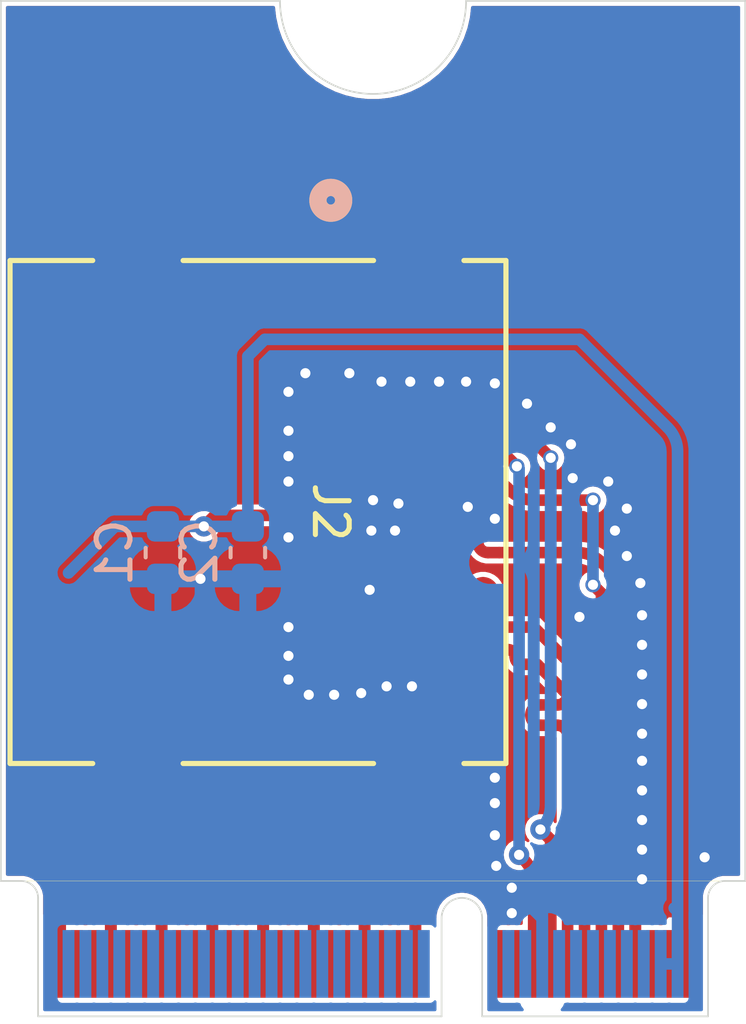
<source format=kicad_pcb>
(kicad_pcb (version 20221018) (generator pcbnew)
  (layers (0 "F.Cu" signal) (1 "In1.Cu" signal) (2 "In2.Cu" signal) (31 "B.Cu" signal) (34 "B.Paste" user) (35 "F.Paste" user) (36 "B.SilkS" user "B.Silkscreen") (37 "F.SilkS" user "F.Silkscreen") (38 "B.Mask" user) (39 "F.Mask" user) (44 "Edge.Cuts" user))
  (net 0 "")
  (net 1 "GND")
  (net 2 "+3V3")
  (net 7 "CLK")
  (net 9 "CMD")
  (net 11 "DAT0")
  (net 13 "DAT1")
  (net 15 "DAT2")
  (net 16 "DAT3")
  (footprint "footprints:m2-padKeyE-2230" (layer "F.Cu") (at 0 0)
    (fp_text reference "J1" hide)
    (fp_text value "Bus_M.2_Socket_E")
    (fp_line (start -11 -4) (end 11 -4) (stroke (width 0.01)) (layer "F.SilkS"))
    (fp_line (start -11 -30) (end -11 -4) (stroke (width 0.05)) (layer "Edge.Cuts"))
    (fp_line (start -11 -4) (end -10.4 -4) (stroke (width 0.05)) (layer "Edge.Cuts"))
    (fp_line (start -9.9 0) (end -9.9 -3.5) (stroke (width 0.05)) (layer "Edge.Cuts"))
    (fp_line (start -9.9 0) (end 2.025 0) (stroke (width 0.05)) (layer "Edge.Cuts"))
    (fp_line (start -2.75 -30) (end -11 -30) (stroke (width 0.05)) (layer "Edge.Cuts"))
    (fp_line (start 2.025 0) (end 2.025 -2.9) (stroke (width 0.05)) (layer "Edge.Cuts"))
    (fp_line (start 2.75 -30) (end 11 -30) (stroke (width 0.05)) (layer "Edge.Cuts"))
    (fp_line (start 3.225 0) (end 3.225 -2.9) (stroke (width 0.05)) (layer "Edge.Cuts"))
    (fp_line (start 9.9 0) (end 3.225 0) (stroke (width 0.05)) (layer "Edge.Cuts"))
    (fp_line (start 9.9 0) (end 9.9 -3.5) (stroke (width 0.05)) (layer "Edge.Cuts"))
    (fp_line (start 11 -30) (end 11 -4) (stroke (width 0.05)) (layer "Edge.Cuts"))
    (fp_line (start 11 -4) (end 10.4 -4) (stroke (width 0.05)) (layer "Edge.Cuts"))
    (fp_arc (start -10.4 -4) (mid -10.046446 -3.853553) (end -9.9 -3.5) (stroke (width 0.05)) (layer "Edge.Cuts"))
    (fp_arc (start 2.025 -2.9) (mid 2.625 -3.5) (end 3.225 -2.9) (stroke (width 0.05)) (layer "Edge.Cuts"))
    (fp_arc (start 2.75 -30) (mid 0 -27.25) (end -2.75 -30) (stroke (width 0.05)) (layer "Edge.Cuts"))
    (fp_arc (start 9.9 -3.5) (mid 10.046447 -3.853553) (end 10.4 -4) (stroke (width 0.05)) (layer "Edge.Cuts"))
    (pad "1" smd rect (at 9.25 -1.55) (size 0.35 2) (layers "F.Cu" "F.Mask") (net 1 "GND"))
    (pad "2" smd rect (at 9 -1.55) (size 0.35 2) (layers "B.Cu" "B.Mask") (net 2 "+3V3"))
    (pad "3" smd rect (at 8.75 -1.55) (size 0.35 2) (layers "F.Cu" "F.Mask"))
    (pad "4" smd rect (at 8.5 -1.55) (size 0.35 2) (layers "B.Cu" "B.Mask") (net 2 "+3V3"))
    (pad "5" smd rect (at 8.25 -1.55) (size 0.35 2) (layers "F.Cu" "F.Mask"))
    (pad "6" smd rect (at 8 -1.55) (size 0.35 2) (layers "B.Cu" "B.Mask"))
    (pad "7" smd rect (at 7.75 -1.55) (size 0.35 2) (layers "F.Cu" "F.Mask") (net 1 "GND"))
    (pad "8" smd rect (at 7.5 -1.55) (size 0.35 2) (layers "B.Cu" "B.Mask"))
    (pad "9" smd rect (at 7.25 -1.55) (size 0.35 2) (layers "F.Cu" "F.Mask") (net 7 "CLK"))
    (pad "10" smd rect (at 7 -1.55) (size 0.35 2) (layers "B.Cu" "B.Mask"))
    (pad "11" smd rect (at 6.75 -1.55) (size 0.35 2) (layers "F.Cu" "F.Mask") (net 9 "CMD"))
    (pad "12" smd rect (at 6.5 -1.55) (size 0.35 2) (layers "B.Cu" "B.Mask"))
    (pad "13" smd rect (at 6.25 -1.55) (size 0.35 2) (layers "F.Cu" "F.Mask") (net 11 "DAT0"))
    (pad "14" smd rect (at 6 -1.55) (size 0.35 2) (layers "B.Cu" "B.Mask"))
    (pad "15" smd rect (at 5.75 -1.55) (size 0.35 2) (layers "F.Cu" "F.Mask") (net 13 "DAT1"))
    (pad "16" smd rect (at 5.5 -1.55) (size 0.35 2) (layers "B.Cu" "B.Mask"))
    (pad "17" smd rect (at 5.25 -1.55) (size 0.35 2) (layers "F.Cu" "F.Mask") (net 15 "DAT2"))
    (pad "18" smd rect (at 5 -1.55) (size 0.35 2) (layers "B.Cu" "B.Mask") (net 1 "GND"))
    (pad "19" smd rect (at 4.75 -1.55) (size 0.35 2) (layers "F.Cu" "F.Mask") (net 16 "DAT3"))
    (pad "20" smd rect (at 4.5 -1.55) (size 0.35 2) (layers "B.Cu" "B.Mask"))
    (pad "21" smd rect (at 4.25 -1.55) (size 0.35 2) (layers "F.Cu" "F.Mask"))
    (pad "22" smd rect (at 4 -1.55) (size 0.35 2) (layers "B.Cu" "B.Mask"))
    (pad "23" smd rect (at 3.75 -1.55) (size 0.35 2) (layers "F.Cu" "F.Mask"))
    (pad "32" smd rect (at 1.5 -1.55) (size 0.35 2) (layers "B.Cu" "B.Mask"))
    (pad "33" smd rect (at 1.25 -1.55) (size 0.35 2) (layers "F.Cu" "F.Mask") (net 1 "GND"))
    (pad "34" smd rect (at 1 -1.55) (size 0.35 2) (layers "B.Cu" "B.Mask"))
    (pad "35" smd rect (at 0.75 -1.55) (size 0.35 2) (layers "F.Cu" "F.Mask"))
    (pad "36" smd rect (at 0.5 -1.55) (size 0.35 2) (layers "B.Cu" "B.Mask"))
    (pad "37" smd rect (at 0.25 -1.55) (size 0.35 2) (layers "F.Cu" "F.Mask"))
    (pad "38" smd rect (at 0 -1.55) (size 0.35 2) (layers "B.Cu" "B.Mask"))
    (pad "39" smd rect (at -0.25 -1.55) (size 0.35 2) (layers "F.Cu" "F.Mask") (net 1 "GND"))
    (pad "40" smd rect (at -0.5 -1.55) (size 0.35 2) (layers "B.Cu" "B.Mask"))
    (pad "41" smd rect (at -0.75 -1.55) (size 0.35 2) (layers "F.Cu" "F.Mask"))
    (pad "42" smd rect (at -1 -1.55) (size 0.35 2) (layers "B.Cu" "B.Mask"))
    (pad "43" smd rect (at -1.25 -1.55) (size 0.35 2) (layers "F.Cu" "F.Mask"))
    (pad "44" smd rect (at -1.5 -1.55) (size 0.35 2) (layers "B.Cu" "B.Mask"))
    (pad "45" smd rect (at -1.75 -1.55) (size 0.35 2) (layers "F.Cu" "F.Mask") (net 1 "GND"))
    (pad "46" smd rect (at -2 -1.55) (size 0.35 2) (layers "B.Cu" "B.Mask"))
    (pad "47" smd rect (at -2.25 -1.55) (size 0.35 2) (layers "F.Cu" "F.Mask"))
    (pad "48" smd rect (at -2.5 -1.55) (size 0.35 2) (layers "B.Cu" "B.Mask"))
    (pad "49" smd rect (at -2.75 -1.55) (size 0.35 2) (layers "F.Cu" "F.Mask"))
    (pad "50" smd rect (at -3 -1.55) (size 0.35 2) (layers "B.Cu" "B.Mask"))
    (pad "51" smd rect (at -3.25 -1.55) (size 0.35 2) (layers "F.Cu" "F.Mask") (net 1 "GND"))
    (pad "52" smd rect (at -3.5 -1.55) (size 0.35 2) (layers "B.Cu" "B.Mask"))
    (pad "53" smd rect (at -3.75 -1.55) (size 0.35 2) (layers "F.Cu" "F.Mask"))
    (pad "54" smd rect (at -4 -1.55) (size 0.35 2) (layers "B.Cu" "B.Mask"))
    (pad "55" smd rect (at -4.25 -1.55) (size 0.35 2) (layers "F.Cu" "F.Mask"))
    (pad "56" smd rect (at -4.5 -1.55) (size 0.35 2) (layers "B.Cu" "B.Mask"))
    (pad "57" smd rect (at -4.75 -1.55) (size 0.35 2) (layers "F.Cu" "F.Mask") (net 1 "GND"))
    (pad "58" smd rect (at -5 -1.55) (size 0.35 2) (layers "B.Cu" "B.Mask"))
    (pad "59" smd rect (at -5.25 -1.55) (size 0.35 2) (layers "F.Cu" "F.Mask"))
    (pad "60" smd rect (at -5.5 -1.55) (size 0.35 2) (layers "B.Cu" "B.Mask"))
    (pad "61" smd rect (at -5.75 -1.55) (size 0.35 2) (layers "F.Cu" "F.Mask"))
    (pad "62" smd rect (at -6 -1.55) (size 0.35 2) (layers "B.Cu" "B.Mask"))
    (pad "63" smd rect (at -6.25 -1.55) (size 0.35 2) (layers "F.Cu" "F.Mask") (net 1 "GND"))
    (pad "64" smd rect (at -6.5 -1.55) (size 0.35 2) (layers "B.Cu" "B.Mask"))
    (pad "65" smd rect (at -6.75 -1.55) (size 0.35 2) (layers "F.Cu" "F.Mask"))
    (pad "66" smd rect (at -7 -1.55) (size 0.35 2) (layers "B.Cu" "B.Mask"))
    (pad "67" smd rect (at -7.25 -1.55) (size 0.35 2) (layers "F.Cu" "F.Mask"))
    (pad "68" smd rect (at -7.5 -1.55) (size 0.35 2) (layers "B.Cu" "B.Mask"))
    (pad "69" smd rect (at -7.75 -1.55) (size 0.35 2) (layers "F.Cu" "F.Mask") (net 1 "GND"))
    (pad "70" smd rect (at -8 -1.55) (size 0.35 2) (layers "B.Cu" "B.Mask"))
    (pad "71" smd rect (at -8.25 -1.55) (size 0.35 2) (layers "F.Cu" "F.Mask"))
    (pad "72" smd rect (at -8.5 -1.55) (size 0.35 2) (layers "B.Cu" "B.Mask") (net 2 "+3V3"))
    (pad "73" smd rect (at -8.75 -1.55) (size 0.35 2) (layers "F.Cu" "F.Mask"))
    (pad "74" smd rect (at -9 -1.55) (size 0.35 2) (layers "B.Cu" "B.Mask") (net 2 "+3V3"))
    (pad "75" smd rect (at -9.25 -1.55) (size 0.35 2) (layers "F.Cu" "F.Mask") (net 1 "GND"))
  )
  (footprint "footprints:112C-TBAR-R02_ATT" (layer "F.Cu") (at -3.4 -14.9 -90)
    (fp_text reference "J2" (at 0 -2.1509 -90 unlocked) (layer "F.SilkS"))
    (fp_text value "112C-TBAR-R02")
    (fp_circle (center -9.2075 -2.1509) (end -8.8265 -2.1509) (stroke (width 0.508)) (fill none) (layer "B.SilkS"))
    (fp_line (start -7.4295 -7.3279) (end -7.4295 -6.08694) (stroke (width 0.1524)) (layer "F.SilkS"))
    (fp_line (start -7.4295 -3.41486) (end -7.4295 2.213061) (stroke (width 0.1524)) (layer "F.SilkS"))
    (fp_line (start -7.4295 4.885141) (end -7.4295 7.3279) (stroke (width 0.1524)) (layer "F.SilkS"))
    (fp_line (start -7.4295 7.3279) (end 7.4295 7.3279) (stroke (width 0.1524)) (layer "F.SilkS"))
    (fp_line (start 7.4295 -7.3279) (end -7.4295 -7.3279) (stroke (width 0.1524)) (layer "F.SilkS"))
    (fp_line (start 7.4295 -6.08694) (end 7.4295 -7.3279) (stroke (width 0.1524)) (layer "F.SilkS"))
    (fp_line (start 7.4295 2.213061) (end 7.4295 -3.41486) (stroke (width 0.1524)) (layer "F.SilkS"))
    (fp_line (start 7.4295 7.3279) (end 7.4295 4.885141) (stroke (width 0.1524)) (layer "F.SilkS"))
    (fp_circle (center -9.2075 -2.1509) (end -8.8265 -2.1509) (stroke (width 0.508)) (fill none) (layer "F.SilkS"))
    (pad "1" smd rect (at -3.200001 -2.1509 270) (size 0.8128 1.4986) (layers "F.Cu" "F.Paste" "F.Mask") (net 15 "DAT2"))
    (pad "2" smd rect (at -2.100001 -2.1509 270) (size 0.8128 1.4986) (layers "F.Cu" "F.Paste" "F.Mask") (net 16 "DAT3"))
    (pad "3" smd rect (at -1.000001 -2.1509 270) (size 0.8128 1.4986) (layers "F.Cu" "F.Paste" "F.Mask") (net 9 "CMD"))
    (pad "4" smd rect (at 0.1 -2.1509 270) (size 0.8128 1.4986) (layers "F.Cu" "F.Paste" "F.Mask") (net 2 "+3V3"))
    (pad "5" smd rect (at 1.2 -2.1509 270) (size 0.8128 1.4986) (layers "F.Cu" "F.Paste" "F.Mask") (net 7 "CLK"))
    (pad "6" smd rect (at 2.3 -2.1509 270) (size 0.8128 1.4986) (layers "F.Cu" "F.Paste" "F.Mask") (net 1 "GND"))
    (pad "7" smd rect (at 3.400001 -2.1509 270) (size 0.8128 1.4986) (layers "F.Cu" "F.Paste" "F.Mask") (net 11 "DAT0"))
    (pad "8" smd rect (at 4.500001 -2.1509 270) (size 0.8128 1.4986) (layers "F.Cu" "F.Paste" "F.Mask") (net 13 "DAT1"))
    (pad "9" smd rect (at -6.875 3.549101 270) (size 1.4478 2.0066) (layers "F.Cu" "F.Paste" "F.Mask") (net 1 "GND"))
    (pad "10" smd rect (at 6.875 3.549101 270) (size 1.4478 2.0066) (layers "F.Cu" "F.Paste" "F.Mask") (net 1 "GND"))
    (pad "11" smd rect (at -6.875 -4.7509 270) (size 1.4478 2.0066) (layers "F.Cu" "F.Paste" "F.Mask") (net 1 "GND"))
    (pad "12" smd rect (at 6.875 -4.7509 270) (size 1.4478 2.0066) (layers "F.Cu" "F.Paste" "F.Mask") (net 1 "GND"))
  )
  (footprint "Capacitor_SMD:C_0603_1608Metric" (layer "B.Cu") (at -6.21 -13.7 -90)
    (fp_text reference "C1" (at 0 1.43 90) (layer "B.SilkS") (effects (justify mirror)))
    (fp_text value "100nF")
    (fp_line (start -0.14058 -0.51) (end 0.14058 -0.51) (stroke (width 0.12)) (layer "B.SilkS"))
    (fp_line (start -0.14058 0.51) (end 0.14058 0.51) (stroke (width 0.12)) (layer "B.SilkS"))
    (pad "1" smd roundrect (at -0.775 0 270) (size 0.9 0.95) (layers "B.Cu" "B.Paste" "B.Mask") (net 2 "+3V3"))
    (pad "2" smd roundrect (at 0.775 0 270) (size 0.9 0.95) (layers "B.Cu" "B.Paste" "B.Mask") (net 1 "GND"))
  )
  (footprint "Capacitor_SMD:C_0603_1608Metric" (layer "B.Cu") (at -3.7 -13.7 -90)
    (fp_text reference "C2" (at 0 1.43 90) (layer "B.SilkS") (effects (justify mirror)))
    (fp_text value "10nF")
    (fp_line (start -0.14058 -0.51) (end 0.14058 -0.51) (stroke (width 0.12)) (layer "B.SilkS"))
    (fp_line (start -0.14058 0.51) (end 0.14058 0.51) (stroke (width 0.12)) (layer "B.SilkS"))
    (pad "1" smd roundrect (at -0.775 0 270) (size 0.9 0.95) (layers "B.Cu" "B.Paste" "B.Mask") (net 2 "+3V3"))
    (pad "2" smd roundrect (at 0.775 0 270) (size 0.9 0.95) (layers "B.Cu" "B.Paste" "B.Mask") (net 1 "GND"))
  )
  (segment (start -9.25 -2.9) (end -9.25 -1.55) (width 0.35) (layer "F.Cu") (net 1))
  (segment (start -4.775 -12.6) (end -5.1 -12.925) (width 0.342392) (layer "F.Cu") (net 1))
  (segment (start -4.75 -3.3) (end -3.25 -3.3) (width 0.35) (layer "F.Cu") (net 1))
  (segment (start -1.2491 -12.6) (end -4.775 -12.6) (width 0.342392) (layer "F.Cu") (net 1))
  (segment (start -1.75 -3.3) (end -0.25 -3.3) (width 0.35) (layer "F.Cu") (net 1))
  (segment (start 7.95 -3.1) (end 8.6 -3.1) (width 0.35) (layer "F.Cu") (net 1))
  (segment (start 1.25 -3) (end 1.25 -1.55) (width 0.35) (layer "F.Cu") (net 1))
  (segment (start -7.75 -1.55) (end -7.75 -3.3) (width 0.35) (layer "F.Cu") (net 1))
  (segment (start 7.75 -2.9) (end 7.95 -3.1) (width 0.35) (layer "F.Cu") (net 1))
  (segment (start -0.25 -1.55) (end -0.25 -3.3) (width 0.35) (layer "F.Cu") (net 1))
  (segment (start -6.949101 -21.775) (end -6.949101 -8.025) (width 0.35) (layer "F.Cu") (net 1))
  (segment (start -3.25 -3.3) (end -1.75 -3.3) (width 0.35) (layer "F.Cu") (net 1))
  (segment (start -3.25 -1.55) (end -3.25 -3.3) (width 0.35) (layer "F.Cu") (net 1))
  (segment (start 9.1 -3.1) (end 9.25 -2.95) (width 0.35) (layer "F.Cu") (net 1))
  (segment (start -7.75 -3.3) (end -6.25 -3.3) (width 0.35) (layer "F.Cu") (net 1))
  (segment (start -9.25 -2.9) (end -8.85 -3.3) (width 0.35) (layer "F.Cu") (net 1))
  (segment (start 0.95 -3.3) (end 1.25 -3) (width 0.35) (layer "F.Cu") (net 1))
  (segment (start -6.949101 -8.025) (end 1.3509 -8.025) (width 0.35) (layer "F.Cu") (net 1))
  (segment (start -6.949101 -21.775) (end 1.3509 -21.775) (width 0.35) (layer "F.Cu") (net 1))
  (segment (start 9.8 -4.3) (end 9.8 -4.7) (width 0.35) (layer "F.Cu") (net 1))
  (segment (start 8.6 -3.1) (end 9.8 -4.3) (width 0.35) (layer "F.Cu") (net 1))
  (segment (start -8.85 -3.3) (end -7.75 -3.3) (width 0.35) (layer "F.Cu") (net 1))
  (segment (start -6.25 -1.55) (end -6.25 -3.3) (width 0.35) (layer "F.Cu") (net 1))
  (segment (start -0.25 -3.3) (end 0.95 -3.3) (width 0.35) (layer "F.Cu") (net 1))
  (segment (start -1.75 -1.55) (end -1.75 -3.3) (width 0.35) (layer "F.Cu") (net 1))
  (segment (start 7.75 -1.55) (end 7.75 -2.9) (width 0.35) (layer "F.Cu") (net 1))
  (segment (start -6.25 -3.3) (end -4.75 -3.3) (width 0.35) (layer "F.Cu") (net 1))
  (segment (start -4.75 -1.55) (end -4.75 -3.3) (width 0.35) (layer "F.Cu") (net 1))
  (segment (start 8.6 -3.1) (end 9.1 -3.1) (width 0.35) (layer "F.Cu") (net 1))
  (segment (start 9.25 -2.95) (end 9.25 -1.55) (width 0.35) (layer "F.Cu") (net 1))
  (via (at -0.05 -14.35) (size 0.6) (drill 0.3) (layers "F.Cu" "B.Cu") (net 1))
  (via (at 9.8 -4.7) (size 0.6) (drill 0.3) (layers "F.Cu" "B.Cu") (net 1))
  (via (at 0.4 -9.75) (size 0.6) (drill 0.3) (layers "F.Cu" "B.Cu") (net 1))
  (via (at 1.1 -18.75) (size 0.6) (drill 0.3) (layers "F.Cu" "B.Cu") (net 1))
  (via (at -2.5 -10.65) (size 0.6) (drill 0.3) (layers "F.Cu" "B.Cu") (net 1))
  (via (at 7.95 -4.925) (size 0.6) (drill 0.3) (layers "F.Cu" "B.Cu") (net 1))
  (via (at 3.6 -5.35) (size 0.6) (drill 0.3) (layers "F.Cu" "B.Cu") (net 1))
  (via (at 0.75 -15.15) (size 0.6) (drill 0.3) (layers "F.Cu" "B.Cu") (net 1))
  (via (at 2.8 -15.051669) (size 0.6) (drill 0.3) (layers "F.Cu" "B.Cu") (net 1))
  (via (at 3.6 -14.7) (size 0.6) (drill 0.3) (layers "F.Cu" "B.Cu") (net 1))
  (via (at 3.640648 -4.445475) (size 0.6) (drill 0.3) (layers "F.Cu" "B.Cu") (net 1))
  (via (at -0.1 -12.6) (size 0.6) (drill 0.3) (layers "F.Cu" "B.Cu") (net 1))
  (via (at 4.1 -3.8) (size 0.6) (drill 0.3) (layers "F.Cu" "B.Cu") (net 1))
  (via (at 7.5 -15) (size 0.6) (drill 0.3) (layers "F.Cu" "B.Cu") (net 1))
  (via (at 5.9 -15.9) (size 0.6) (drill 0.3) (layers "F.Cu" "B.Cu") (net 1))
  (via (at -0.7 -19) (size 0.6) (drill 0.3) (layers "F.Cu" "B.Cu") (net 1))
  (via (at 7.9 -12.8) (size 0.6) (drill 0.3) (layers "F.Cu" "B.Cu") (net 1))
  (via (at -1.15 -9.5) (size 0.6) (drill 0.3) (layers "F.Cu" "B.Cu") (net 1))
  (via (at 6.95 -15.8) (size 0.6) (drill 0.3) (layers "F.Cu" "B.Cu") (net 1))
  (via (at -2.5 -15.8) (size 0.6) (drill 0.3) (layers "F.Cu" "B.Cu") (net 1))
  (via (at -1.9 -9.5) (size 0.6) (drill 0.3) (layers "F.Cu" "B.Cu") (net 1))
  (via (at 7.15 -14.35) (size 0.6) (drill 0.3) (layers "F.Cu" "B.Cu") (net 1))
  (via (at 7.95 -6.675) (size 0.6) (drill 0.3) (layers "F.Cu" "B.Cu") (net 1))
  (via (at 0.25 -18.75) (size 0.6) (drill 0.3) (layers "F.Cu" "B.Cu") (net 1))
  (via (at 3.6 -7.05) (size 0.6) (drill 0.3) (layers "F.Cu" "B.Cu") (net 1))
  (via (at 7.95 -8.35) (size 0.6) (drill 0.3) (layers "F.Cu" "B.Cu") (net 1))
  (via (at 1.95 -18.75) (size 0.6) (drill 0.3) (layers "F.Cu" "B.Cu") (net 1))
  (via (at -2.5 -9.95) (size 0.6) (drill 0.3) (layers "F.Cu" "B.Cu") (net 1))
  (via (at -2.5 -14.15) (size 0.6) (drill 0.3) (layers "F.Cu" "B.Cu") (net 1))
  (via (at 7.95 -11.85) (size 0.6) (drill 0.3) (layers "F.Cu" "B.Cu") (net 1))
  (via (at -0.35 -9.55) (size 0.6) (drill 0.3) (layers "F.Cu" "B.Cu") (net 1))
  (via (at -2.5 -16.55) (size 0.6) (drill 0.3) (layers "F.Cu" "B.Cu") (net 1))
  (via (at 4.55 -18.1) (size 0.6) (drill 0.3) (layers "F.Cu" "B.Cu") (net 1))
  (via (at 0 -15.25) (size 0.6) (drill 0.3) (layers "F.Cu" "B.Cu") (net 1))
  (via (at -2.5 -11.5) (size 0.6) (drill 0.3) (layers "F.Cu" "B.Cu") (net 1))
  (via (at 7.5 -13.6) (size 0.6) (drill 0.3) (layers "F.Cu" "B.Cu") (net 1))
  (via (at 7.95 -4.05) (size 0.6) (drill 0.3) (layers "F.Cu" "B.Cu") (net 1))
  (via (at 1.15 -9.75) (size 0.6) (drill 0.3) (layers "F.Cu" "B.Cu") (net 1))
  (via (at -2 -19) (size 0.6) (drill 0.3) (layers "F.Cu" "B.Cu") (net 1))
  (via (at 0.65 -14.35) (size 0.6) (drill 0.3) (layers "F.Cu" "B.Cu") (net 1))
  (via (at -2.5 -18.45) (size 0.6) (drill 0.3) (layers "F.Cu" "B.Cu") (net 1))
  (via (at 2.75 -18.75) (size 0.6) (drill 0.3) (layers "F.Cu" "B.Cu") (net 1))
  (via (at -2.5 -17.3) (size 0.6) (drill 0.3) (layers "F.Cu" "B.Cu") (net 1))
  (via (at 7.95 -10.975) (size 0.6) (drill 0.3) (layers "F.Cu" "B.Cu") (net 1))
  (via (at 7.95 -7.55) (size 0.6) (drill 0.3) (layers "F.Cu" "B.Cu") (net 1))
  (via (at 3.6 -18.7) (size 0.6) (drill 0.3) (layers "F.Cu" "B.Cu") (net 1))
  (via (at 7.95 -10.1) (size 0.6) (drill 0.3) (layers "F.Cu" "B.Cu") (net 1))
  (via (at 3.6 -6.3) (size 0.6) (drill 0.3) (layers "F.Cu" "B.Cu") (net 1))
  (via (at 6.1 -11.8) (size 0.6) (drill 0.3) (layers "F.Cu" "B.Cu") (net 1))
  (via (at 4.1 -3.05) (size 0.6) (drill 0.3) (layers "F.Cu" "B.Cu") (net 1))
  (via (at 5.25 -17.4) (size 0.6) (drill 0.3) (layers "F.Cu" "B.Cu") (net 1))
  (via (at 5.85 -16.9) (size 0.6) (drill 0.3) (layers "F.Cu" "B.Cu") (net 1))
  (via (at 7.95 -5.8) (size 0.6) (drill 0.3) (layers "F.Cu" "B.Cu") (net 1))
  (via (at -5.1 -12.925) (size 0.6) (drill 0.3) (layers "F.Cu" "B.Cu") (net 1))
  (via (at 7.95 -9.225) (size 0.6) (drill 0.3) (layers "F.Cu" "B.Cu") (net 1))
  (segment (start -4.1 -3.4) (end -4.2 -3.3) (width 0.342392) (layer "B.Cu") (net 1))
  (segment (start 4.392392 -3.5) (end 5 -2.892392) (width 0.342392) (layer "B.Cu") (net 1))
  (segment (start 3.368802 -4.173629) (end -4.073629 -4.173629) (width 0.342392) (layer "B.Cu") (net 1))
  (segment (start 4.1 -3.8) (end 3.75 -3.5) (width 0.342392) (layer "B.Cu") (net 1))
  (segment (start -4.073629 -4.173629) (end -4.1 -4.147258) (width 0.342392) (layer "B.Cu") (net 1))
  (segment (start 3.640648 -4.445475) (end 3.368802 -4.173629) (width 0.342392) (layer "B.Cu") (net 1))
  (segment (start -5.1 -12.925) (end -3.7 -12.925) (width 0.342392) (layer "B.Cu") (net 1))
  (segment (start -4.1 -4.147258) (end -4.1 -3.4) (width 0.342392) (layer "B.Cu") (net 1))
  (segment (start 3.640648 -4.445475) (end 4.1 -3.986123) (width 0.342392) (layer "B.Cu") (net 1))
  (segment (start 5 -2.892392) (end 5 -1.55) (width 0.342392) (layer "B.Cu") (net 1))
  (segment (start 4.1 -3.986123) (end 4.1 -3.8) (width 0.342392) (layer "B.Cu") (net 1))
  (segment (start 3.75 -3.5) (end 4.1 -3.05) (width 0.342392) (layer "B.Cu") (net 1))
  (segment (start -5.1 -12.925) (end -5.1 -5.2) (width 0.342392) (layer "B.Cu") (net 1))
  (segment (start 4.1 -3.05) (end 4.392392 -3.5) (width 0.342392) (layer "B.Cu") (net 1))
  (segment (start -4.2 -3.3) (end -4.75 -3.3) (width 0.342392) (layer "B.Cu") (net 1))
  (segment (start -6.21 -12.925) (end -5.1 -12.925) (width 0.342392) (layer "B.Cu") (net 1))
  (segment (start -5.1 -5.2) (end -4.073629 -4.173629) (width 0.342392) (layer "B.Cu") (net 1))
  (segment (start -4.675 -14.8) (end -5 -14.475) (width 0.342392) (layer "F.Cu") (net 2))
  (segment (start -1.2491 -14.8) (end -4.675 -14.8) (width 0.342392) (layer "F.Cu") (net 2))
  (via (at -5 -14.475) (size 0.6) (drill 0.3) (layers "F.Cu" "B.Cu") (net 2))
  (segment (start -7.625 -14.475) (end -6.21 -14.475) (width 0.342392) (layer "B.Cu") (net 2))
  (segment (start -3.7 -19.5) (end -3.7 -14.475) (width 0.342392) (layer "B.Cu") (net 2))
  (segment (start -3.2 -20) (end -3.7 -19.5) (width 0.342392) (layer "B.Cu") (net 2))
  (segment (start 9 -3.1) (end 9 -16.685786) (width 0.342392) (layer "B.Cu") (net 2))
  (segment (start 8.707107 -17.392893) (end 6.1 -20) (width 0.342392) (layer "B.Cu") (net 2))
  (segment (start -3.7 -14.475) (end -5 -14.475) (width 0.342392) (layer "B.Cu") (net 2))
  (segment (start 9 -1.55) (end 9 -3.1) (width 0.342392) (layer "B.Cu") (net 2))
  (segment (start 6.1 -20) (end -3.2 -20) (width 0.342392) (layer "B.Cu") (net 2))
  (segment (start 9 -3.1) (end 8.9 -3.2) (width 0.342392) (layer "B.Cu") (net 2))
  (segment (start -9 -13.1) (end -7.625 -14.475) (width 0.342392) (layer "B.Cu") (net 2))
  (segment (start 9 -1.55) (end 8.546196 -1.55) (width 0.342392) (layer "B.Cu") (net 2))
  (segment (start -5 -14.475) (end -6.21 -14.475) (width 0.342392) (layer "B.Cu") (net 2))
  (arc (start 9 -16.685786) (mid 8.92388 -17.068469) (end 8.707107 -17.392893) (width 0.342392) (layer "B.Cu") (net 2))
  (segment (start 1.3 -14) (end 1.3 -14.592615) (width 0.342392) (layer "F.Cu") (net 7))
  (segment (start 7.25 -12.499646) (end 7.25 -1.55) (width 0.342392) (layer "F.Cu") (net 7))
  (segment (start 6.756753 -13.407107) (end 6.957107 -13.206753) (width 0.342392) (layer "F.Cu") (net 7))
  (segment (start 2.5 -13.7) (end 2.5 -14.130473) (width 0.342392) (layer "F.Cu") (net 7))
  (segment (start 1.9 -14.592615) (end 1.9 -14) (width 0.342392) (layer "F.Cu") (net 7))
  (segment (start 3.730943 -13.7) (end 6.049646 -13.7) (width 0.342392) (layer "F.Cu") (net 7))
  (segment (start 1.9 -14) (end 1.9 -13.528804) (width 0.342392) (layer "F.Cu") (net 7))
  (segment (start 2.071196 -13.357608) (end 2.328804 -13.357608) (width 0.342392) (layer "F.Cu") (net 7))
  (segment (start 3.1 -14.130473) (end 3.1 -14) (width 0.342392) (layer "F.Cu") (net 7))
  (segment (start -1.2491 -13.7) (end 1 -13.7) (width 0.342392) (layer "F.Cu") (net 7))
  (segment (start 2.5 -13.528804) (end 2.5 -13.7) (width 0.342392) (layer "F.Cu") (net 7))
  (segment (start 3.4 -13.7) (end 3.730943 -13.7) (width 0.342392) (layer "F.Cu") (net 7))
  (arc (start 7.25 -12.499646) (mid 7.17388 -12.882329) (end 6.957107 -13.206753) (width 0.342392) (layer "F.Cu") (net 7))
  (arc (start 2.5 -14.130473) (mid 2.587868 -14.342605) (end 2.8 -14.430473) (width 0.342392) (layer "F.Cu") (net 7))
  (arc (start 3.1 -14) (mid 3.187868 -13.787868) (end 3.4 -13.7) (width 0.342392) (layer "F.Cu") (net 7))
  (arc (start 2.328804 -13.357608) (mid 2.449858 -13.40775) (end 2.5 -13.528804) (width 0.342392) (layer "F.Cu") (net 7))
  (arc (start 2.8 -14.430473) (mid 3.012132 -14.342605) (end 3.1 -14.130473) (width 0.342392) (layer "F.Cu") (net 7))
  (arc (start 1 -13.7) (mid 1.212132 -13.787868) (end 1.3 -14) (width 0.342392) (layer "F.Cu") (net 7))
  (arc (start 6.049646 -13.7) (mid 6.432329 -13.62388) (end 6.756753 -13.407107) (width 0.342392) (layer "F.Cu") (net 7))
  (arc (start 1.3 -14.592615) (mid 1.387868 -14.804747) (end 1.6 -14.892615) (width 0.342392) (layer "F.Cu") (net 7))
  (arc (start 1.9 -13.528804) (mid 1.950142 -13.40775) (end 2.071196 -13.357608) (width 0.342392) (layer "F.Cu") (net 7))
  (arc (start 1.6 -14.892615) (mid 1.812132 -14.804747) (end 1.9 -14.592615) (width 0.342392) (layer "F.Cu") (net 7))
  (segment (start 2.7 -15.900001) (end 3.271925 -15.900001) (width 0.342392) (layer "F.Cu") (net 9))
  (segment (start 6.75 -1.55) (end 6.75 -12.5) (width 0.342392) (layer "F.Cu") (net 9))
  (segment (start 4.750354 -15.25) (end 6.5 -15.25) (width 0.342392) (layer "F.Cu") (net 9))
  (segment (start 6.75 -12.5) (end 6.5 -12.75) (width 0.342392) (layer "F.Cu") (net 9))
  (segment (start 3.979032 -15.607108) (end 4.043247 -15.542893) (width 0.342392) (layer "F.Cu") (net 9))
  (segment (start 2.54302 -15.900001) (end 2.7 -15.900001) (width 0.342392) (layer "F.Cu") (net 9))
  (segment (start 1.94302 -16.343021) (end 2.1 -16.343021) (width 0.342392) (layer "F.Cu") (net 9))
  (segment (start -1.2491 -15.900001) (end 1.5 -15.900001) (width 0.342392) (layer "F.Cu") (net 9))
  (via (at 6.5 -12.75) (size 0.45) (drill 0.3) (layers "F.Cu" "B.Cu") (net 9))
  (via (at 6.5 -15.25) (size 0.45) (drill 0.3) (layers "F.Cu" "B.Cu") (net 9))
  (arc (start 3.979032 -15.607108) (mid 3.654609 -15.823881) (end 3.271925 -15.900001) (width 0.342392) (layer "F.Cu") (net 9))
  (arc (start 1.72151 -16.121511) (mid 1.786389 -16.278142) (end 1.94302 -16.343021) (width 0.342392) (layer "F.Cu") (net 9))
  (arc (start 4.750354 -15.25) (mid 4.367671 -15.32612) (end 4.043247 -15.542893) (width 0.342392) (layer "F.Cu") (net 9))
  (arc (start 2.1 -16.343021) (mid 2.256631 -16.278142) (end 2.32151 -16.121511) (width 0.342392) (layer "F.Cu") (net 9))
  (arc (start 2.32151 -16.121511) (mid 2.386389 -15.96488) (end 2.54302 -15.900001) (width 0.342392) (layer "F.Cu") (net 9))
  (arc (start 1.5 -15.900001) (mid 1.656631 -15.96488) (end 1.72151 -16.121511) (width 0.342392) (layer "F.Cu") (net 9))
  (segment (start 6.5 -12.75) (end 6.5 -15.25) (width 0.342392) (layer "B.Cu") (net 9))
  (segment (start 1.75 -11.499999) (end 1.75 -12.508909) (width 0.342392) (layer "F.Cu") (net 11))
  (segment (start 1.321196 -11.157607) (end 1.578804 -11.157607) (width 0.342392) (layer "F.Cu") (net 11))
  (segment (start 2.95 -11.799999) (end 2.95 -12.508919) (width 0.342392) (layer "F.Cu") (net 11))
  (segment (start 1.15 -12.571844) (end 1.15 -11.799999) (width 0.342392) (layer "F.Cu") (net 11))
  (segment (start 1.15 -11.799999) (end 1.15 -11.328803) (width 0.342392) (layer "F.Cu") (net 11))
  (segment (start 3.55 -12.508919) (end 3.55 -11.799999) (width 0.342392) (layer "F.Cu") (net 11))
  (segment (start 2.35 -12.508909) (end 2.35 -11.799999) (width 0.342392) (layer "F.Cu") (net 11))
  (segment (start 4.5 -11.499999) (end 4.750001 -11.499999) (width 0.342392) (layer "F.Cu") (net 11))
  (segment (start 1.75 -11.328803) (end 1.75 -11.499999) (width 0.342392) (layer "F.Cu") (net 11))
  (segment (start -1.2491 -11.499999) (end 0.25 -11.499999) (width 0.342392) (layer "F.Cu") (net 11))
  (segment (start 4.750001 -11.499999) (end 5.957107 -10.292893) (width 0.342392) (layer "F.Cu") (net 11))
  (segment (start 3.85 -11.499999) (end 4.5 -11.499999) (width 0.342392) (layer "F.Cu") (net 11))
  (segment (start 0.55 -11.799999) (end 0.55 -12.571844) (width 0.342392) (layer "F.Cu") (net 11))
  (segment (start 6.25 -9.585786) (end 6.25 -1.55) (width 0.342392) (layer "F.Cu") (net 11))
  (arc (start 2.95 -12.508919) (mid 3.037868 -12.721051) (end 3.25 -12.808919) (width 0.342392) (layer "F.Cu") (net 11))
  (arc (start 0.55 -12.571844) (mid 0.637868 -12.783976) (end 0.85 -12.871844) (width 0.342392) (layer "F.Cu") (net 11))
  (arc (start 2.05 -12.808909) (mid 2.262132 -12.721041) (end 2.35 -12.508909) (width 0.342392) (layer "F.Cu") (net 11))
  (arc (start 3.55 -11.799999) (mid 3.637868 -11.587867) (end 3.85 -11.499999) (width 0.342392) (layer "F.Cu") (net 11))
  (arc (start 1.578804 -11.157607) (mid 1.699858 -11.207749) (end 1.75 -11.328803) (width 0.342392) (layer "F.Cu") (net 11))
  (arc (start 2.65 -11.499999) (mid 2.862132 -11.587867) (end 2.95 -11.799999) (width 0.342392) (layer "F.Cu") (net 11))
  (arc (start 1.15 -11.328803) (mid 1.200142 -11.207749) (end 1.321196 -11.157607) (width 0.342392) (layer "F.Cu") (net 11))
  (arc (start 0.85 -12.871844) (mid 1.062132 -12.783976) (end 1.15 -12.571844) (width 0.342392) (layer "F.Cu") (net 11))
  (arc (start 2.35 -11.799999) (mid 2.437868 -11.587867) (end 2.65 -11.499999) (width 0.342392) (layer "F.Cu") (net 11))
  (arc (start 6.25 -9.585786) (mid 6.17388 -9.968469) (end 5.957107 -10.292893) (width 0.342392) (layer "F.Cu") (net 11))
  (arc (start 1.75 -12.508909) (mid 1.837868 -12.721041) (end 2.05 -12.808909) (width 0.342392) (layer "F.Cu") (net 11))
  (arc (start 3.25 -12.808919) (mid 3.462132 -12.721051) (end 3.55 -12.508919) (width 0.342392) (layer "F.Cu") (net 11))
  (arc (start 0.25 -11.499999) (mid 0.462132 -11.587867) (end 0.55 -11.799999) (width 0.342392) (layer "F.Cu") (net 11))
  (segment (start -1.2491 -10.399999) (end 1.5 -10.399999) (width 0.342392) (layer "F.Cu") (net 13))
  (segment (start 5.75 -8.3) (end 5.75 -7.716562) (width 0.342392) (layer "F.Cu") (net 13))
  (segment (start 3.6 -10.399999) (end 3.6 -10.617484) (width 0.342392) (layer "F.Cu") (net 13))
  (segment (start 2.628742 -10.857483) (end 2.771258 -10.857483) (width 0.342392) (layer "F.Cu") (net 13))
  (segment (start 3.6 -8.811923) (end 3.6 -10.399999) (width 0.342392) (layer "F.Cu") (net 13))
  (segment (start 3 -10.628741) (end 3 -10.399999) (width 0.342392) (layer "F.Cu") (net 13))
  (segment (start 4.850001 -10.399999) (end 5.75 -9.5) (width 0.342392) (layer "F.Cu") (net 13))
  (segment (start 4.96194 -8.6) (end 5.45 -8.6) (width 0.342392) (layer "F.Cu") (net 13))
  (segment (start 5.75 -7.716562) (end 5.75 -1.55) (width 0.342392) (layer "F.Cu") (net 13))
  (segment (start 2.4 -10.099999) (end 2.4 -10.628741) (width 0.342392) (layer "F.Cu") (net 13))
  (segment (start 2.4 -9.511914) (end 2.4 -10.099999) (width 0.342392) (layer "F.Cu") (net 13))
  (segment (start 3 -10.399999) (end 3 -8.811923) (width 0.342392) (layer "F.Cu") (net 13))
  (segment (start 4.5 -10.399999) (end 4.850001 -10.399999) (width 0.342392) (layer "F.Cu") (net 13))
  (segment (start 1.8 -10.099999) (end 1.8 -9.511914) (width 0.342392) (layer "F.Cu") (net 13))
  (segment (start 5.45 -9.2) (end 4.96194 -9.2) (width 0.342392) (layer "F.Cu") (net 13))
  (segment (start 4.417484 -10.399999) (end 4.5 -10.399999) (width 0.342392) (layer "F.Cu") (net 13))
  (segment (start 3.817484 -10.834968) (end 3.982516 -10.834968) (width 0.342392) (layer "F.Cu") (net 13))
  (segment (start 4.2 -10.617484) (end 4.2 -10.617483) (width 0.342392) (layer "F.Cu") (net 13))
  (arc (start 4.96194 -9.2) (mid 4.749808 -9.112132) (end 4.66194 -8.9) (width 0.342392) (layer "F.Cu") (net 13))
  (arc (start 2.1 -9.211914) (mid 2.312132 -9.299782) (end 2.4 -9.511914) (width 0.342392) (layer "F.Cu") (net 13))
  (arc (start 2.771258 -10.857483) (mid 2.933003 -10.790486) (end 3 -10.628741) (width 0.342392) (layer "F.Cu") (net 13))
  (arc (start 3.6 -10.617484) (mid 3.6637 -10.771268) (end 3.817484 -10.834968) (width 0.342392) (layer "F.Cu") (net 13))
  (arc (start 1.8 -9.511914) (mid 1.887868 -9.299782) (end 2.1 -9.211914) (width 0.342392) (layer "F.Cu") (net 13))
  (arc (start 4.66194 -8.9) (mid 4.749808 -8.687868) (end 4.96194 -8.6) (width 0.342392) (layer "F.Cu") (net 13))
  (arc (start 4.2 -10.617483) (mid 4.2637 -10.463699) (end 4.417484 -10.399999) (width 0.342392) (layer "F.Cu") (net 13))
  (arc (start 3.3 -8.511923) (mid 3.512132 -8.599791) (end 3.6 -8.811923) (width 0.342392) (layer "F.Cu") (net 13))
  (arc (start 2.4 -10.628741) (mid 2.466997 -10.790486) (end 2.628742 -10.857483) (width 0.342392) (layer "F.Cu") (net 13))
  (arc (start 5.75 -9.5) (mid 5.662132 -9.287868) (end 5.45 -9.2) (width 0.342392) (layer "F.Cu") (net 13))
  (arc (start 3.982516 -10.834968) (mid 4.1363 -10.771268) (end 4.2 -10.617484) (width 0.342392) (layer "F.Cu") (net 13))
  (arc (start 5.45 -8.6) (mid 5.662132 -8.512132) (end 5.75 -8.3) (width 0.342392) (layer "F.Cu") (net 13))
  (arc (start 3 -8.811923) (mid 3.087868 -8.599791) (end 3.3 -8.511923) (width 0.342392) (layer "F.Cu") (net 13))
  (arc (start 1.5 -10.399999) (mid 1.712132 -10.312131) (end 1.8 -10.099999) (width 0.342392) (layer "F.Cu") (net 13))
  (segment (start -1.2491 -18.100001) (end 3.235785 -18.100001) (width 0.342392) (layer "F.Cu") (net 15))
  (segment (start 3.942892 -17.807108) (end 5.25 -16.5) (width 0.342392) (layer "F.Cu") (net 15))
  (segment (start 5.25 -5.217588) (end 4.946294 -5.521294) (width 0.35) (layer "F.Cu") (net 15))
  (segment (start 5.25 -1.55) (end 5.25 -5.217588) (width 0.35) (layer "F.Cu") (net 15))
  (via (at 5.25 -16.5) (size 0.45) (drill 0.3) (layers "F.Cu" "B.Cu") (net 15))
  (via (at 4.946294 -5.521294) (size 0.6) (drill 0.3) (layers "F.Cu" "B.Cu") (net 15))
  (arc (start 3.235785 -18.100001) (mid 3.618468 -18.023881) (end 3.942892 -17.807108) (width 0.342392) (layer "F.Cu") (net 15))
  (segment (start 4.946294 -5.521294) (end 4.957107 -5.532107) (width 0.35) (layer "B.Cu") (net 15))
  (segment (start 5.25 -6.239214) (end 5.25 -16.5) (width 0.35) (layer "B.Cu") (net 15))
  (arc (start 4.957107 -5.532107) (mid 5.17388 -5.85653) (end 5.25 -6.239214) (width 0.35) (layer "B.Cu") (net 15))
  (segment (start 4.75 -1.55) (end 4.75 -3.923697) (width 0.35) (layer "F.Cu") (net 16))
  (segment (start 3.792892 -16.707108) (end 4.25 -16.25) (width 0.342392) (layer "F.Cu") (net 16))
  (segment (start 4.457107 -4.630804) (end 4.315775 -4.772136) (width 0.35) (layer "F.Cu") (net 16))
  (segment (start -1.2491 -17.000001) (end 3.085785 -17.000001) (width 0.342392) (layer "F.Cu") (net 16))
  (via (at 4.315775 -4.772136) (size 0.6) (drill 0.3) (layers "F.Cu" "B.Cu") (net 16))
  (via (at 4.25 -16.25) (size 0.45) (drill 0.3) (layers "F.Cu" "B.Cu") (net 16))
  (arc (start 3.792892 -16.707108) (mid 3.468469 -16.923881) (end 3.085785 -17.000001) (width 0.342392) (layer "F.Cu") (net 16))
  (arc (start 4.75 -3.923697) (mid 4.67388 -4.30638) (end 4.457107 -4.630804) (width 0.35) (layer "F.Cu") (net 16))
  (segment (start 4.315775 -16.184225) (end 4.315775 -4.772136) (width 0.342392) (layer "B.Cu") (net 16))
  (segment (start 4.25 -16.25) (end 4.315775 -16.184225) (width 0.342392) (layer "B.Cu") (net 16))
  (zone (net 1) (net_name "GND") (layers "F.Cu" "In1.Cu" "In2.Cu" "B.Cu") (connect_pads (clearance 0.0889)) (min_thickness 0.0889) (fill yes (thermal_gap 0.5) (thermal_bridge_width 0.5))
    (polygon (pts (xy -11 -30) (xy 11 -30) (xy 11 0) (xy -11 0)))
  )
)
</source>
